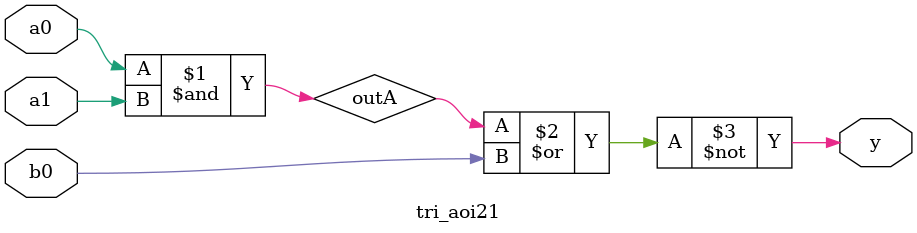
<source format=v>

`timescale 1 ns / 1 ns


`include "tri_a2o.vh"

module tri_aoi21(
   y,
   a0,
   a1,
   b0
);
   parameter                      WIDTH = 1;
   parameter                      BTR = "AOI21_X2M_NONE";  //Specify full BTR name, else let tool select
   output [0:WIDTH-1]  y;
   input [0:WIDTH-1]   a0;
   input [0:WIDTH-1]   a1;
   input [0:WIDTH-1]   b0;

   // tri_aoi21
   genvar 	       i;
   wire [0:WIDTH-1]    outA;

   generate
      begin : t
	 for (i = 0; i < WIDTH; i = i + 1)
	   begin : w

	      and I0(outA[i], a0[i], a1[i]);
	      nor I2(y[i], outA[i], b0[i]);

	   end // block: w
      end

   endgenerate
endmodule

</source>
